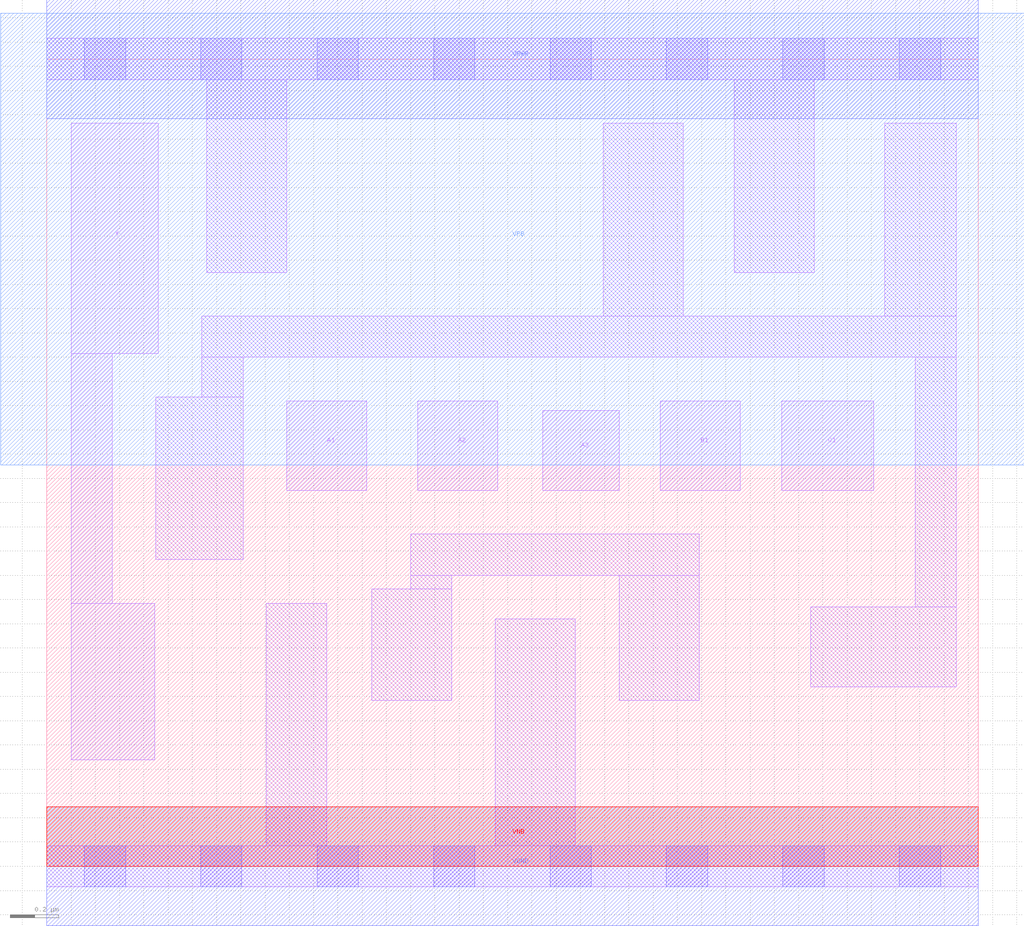
<source format=lef>
# Copyright 2020 The SkyWater PDK Authors
#
# Licensed under the Apache License, Version 2.0 (the "License");
# you may not use this file except in compliance with the License.
# You may obtain a copy of the License at
#
#     https://www.apache.org/licenses/LICENSE-2.0
#
# Unless required by applicable law or agreed to in writing, software
# distributed under the License is distributed on an "AS IS" BASIS,
# WITHOUT WARRANTIES OR CONDITIONS OF ANY KIND, either express or implied.
# See the License for the specific language governing permissions and
# limitations under the License.
#
# SPDX-License-Identifier: Apache-2.0

VERSION 5.7 ;
  NOWIREEXTENSIONATPIN ON ;
  DIVIDERCHAR "/" ;
  BUSBITCHARS "[]" ;
MACRO sky130_fd_sc_lp__o311a_lp
  CLASS CORE ;
  FOREIGN sky130_fd_sc_lp__o311a_lp ;
  ORIGIN  0.000000  0.000000 ;
  SIZE  3.840000 BY  3.330000 ;
  SYMMETRY X Y R90 ;
  SITE unit ;
  PIN A1
    ANTENNAGATEAREA  0.313000 ;
    DIRECTION INPUT ;
    USE SIGNAL ;
    PORT
      LAYER li1 ;
        RECT 0.990000 1.550000 1.320000 1.920000 ;
    END
  END A1
  PIN A2
    ANTENNAGATEAREA  0.313000 ;
    DIRECTION INPUT ;
    USE SIGNAL ;
    PORT
      LAYER li1 ;
        RECT 1.530000 1.550000 1.860000 1.920000 ;
    END
  END A2
  PIN A3
    ANTENNAGATEAREA  0.313000 ;
    DIRECTION INPUT ;
    USE SIGNAL ;
    PORT
      LAYER li1 ;
        RECT 2.045000 1.550000 2.360000 1.880000 ;
    END
  END A3
  PIN B1
    ANTENNAGATEAREA  0.313000 ;
    DIRECTION INPUT ;
    USE SIGNAL ;
    PORT
      LAYER li1 ;
        RECT 2.530000 1.550000 2.860000 1.920000 ;
    END
  END B1
  PIN C1
    ANTENNAGATEAREA  0.313000 ;
    DIRECTION INPUT ;
    USE SIGNAL ;
    PORT
      LAYER li1 ;
        RECT 3.030000 1.550000 3.410000 1.920000 ;
    END
  END C1
  PIN X
    ANTENNADIFFAREA  0.404700 ;
    DIRECTION OUTPUT ;
    USE SIGNAL ;
    PORT
      LAYER li1 ;
        RECT 0.100000 0.440000 0.445000 1.085000 ;
        RECT 0.100000 1.085000 0.270000 2.115000 ;
        RECT 0.100000 2.115000 0.460000 3.065000 ;
    END
  END X
  PIN VGND
    DIRECTION INOUT ;
    USE GROUND ;
    PORT
      LAYER met1 ;
        RECT 0.000000 -0.245000 3.840000 0.245000 ;
    END
  END VGND
  PIN VNB
    DIRECTION INOUT ;
    USE GROUND ;
    PORT
      LAYER pwell ;
        RECT 0.000000 0.000000 3.840000 0.245000 ;
    END
  END VNB
  PIN VPB
    DIRECTION INOUT ;
    USE POWER ;
    PORT
      LAYER nwell ;
        RECT -0.190000 1.655000 4.030000 3.520000 ;
    END
  END VPB
  PIN VPWR
    DIRECTION INOUT ;
    USE POWER ;
    PORT
      LAYER met1 ;
        RECT 0.000000 3.085000 3.840000 3.575000 ;
    END
  END VPWR
  OBS
    LAYER li1 ;
      RECT 0.000000 -0.085000 3.840000 0.085000 ;
      RECT 0.000000  3.245000 3.840000 3.415000 ;
      RECT 0.450000  1.265000 0.810000 1.935000 ;
      RECT 0.640000  1.935000 0.810000 2.100000 ;
      RECT 0.640000  2.100000 3.750000 2.270000 ;
      RECT 0.660000  2.450000 0.990000 3.245000 ;
      RECT 0.905000  0.085000 1.155000 1.085000 ;
      RECT 1.340000  0.685000 1.670000 1.145000 ;
      RECT 1.500000  1.145000 1.670000 1.200000 ;
      RECT 1.500000  1.200000 2.690000 1.370000 ;
      RECT 1.850000  0.085000 2.180000 1.020000 ;
      RECT 2.295000  2.270000 2.625000 3.065000 ;
      RECT 2.360000  0.685000 2.690000 1.200000 ;
      RECT 2.835000  2.450000 3.165000 3.245000 ;
      RECT 3.150000  0.740000 3.750000 1.070000 ;
      RECT 3.455000  2.270000 3.750000 3.065000 ;
      RECT 3.580000  1.070000 3.750000 2.100000 ;
    LAYER mcon ;
      RECT 0.155000 -0.085000 0.325000 0.085000 ;
      RECT 0.155000  3.245000 0.325000 3.415000 ;
      RECT 0.635000 -0.085000 0.805000 0.085000 ;
      RECT 0.635000  3.245000 0.805000 3.415000 ;
      RECT 1.115000 -0.085000 1.285000 0.085000 ;
      RECT 1.115000  3.245000 1.285000 3.415000 ;
      RECT 1.595000 -0.085000 1.765000 0.085000 ;
      RECT 1.595000  3.245000 1.765000 3.415000 ;
      RECT 2.075000 -0.085000 2.245000 0.085000 ;
      RECT 2.075000  3.245000 2.245000 3.415000 ;
      RECT 2.555000 -0.085000 2.725000 0.085000 ;
      RECT 2.555000  3.245000 2.725000 3.415000 ;
      RECT 3.035000 -0.085000 3.205000 0.085000 ;
      RECT 3.035000  3.245000 3.205000 3.415000 ;
      RECT 3.515000 -0.085000 3.685000 0.085000 ;
      RECT 3.515000  3.245000 3.685000 3.415000 ;
  END
END sky130_fd_sc_lp__o311a_lp
END LIBRARY

</source>
